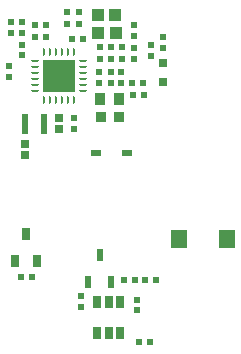
<source format=gtp>
G04*
G04 #@! TF.GenerationSoftware,Altium Limited,Altium Designer,22.2.1 (43)*
G04*
G04 Layer_Color=8421504*
%FSAX24Y24*%
%MOIN*%
G70*
G04*
G04 #@! TF.SameCoordinates,0A7D3E4C-9769-4D31-AB1C-A6483D793648*
G04*
G04*
G04 #@! TF.FilePolarity,Positive*
G04*
G01*
G75*
%ADD15R,0.0354X0.0197*%
%ADD16R,0.0551X0.0646*%
%ADD17R,0.0228X0.0244*%
%ADD18R,0.0244X0.0244*%
%ADD19R,0.0244X0.0228*%
%ADD20R,0.0256X0.0413*%
%ADD21R,0.0236X0.0394*%
G04:AMPARAMS|DCode=22|XSize=43.3mil|YSize=23.6mil|CornerRadius=2mil|HoleSize=0mil|Usage=FLASHONLY|Rotation=90.000|XOffset=0mil|YOffset=0mil|HoleType=Round|Shape=RoundedRectangle|*
%AMROUNDEDRECTD22*
21,1,0.0433,0.0196,0,0,90.0*
21,1,0.0393,0.0236,0,0,90.0*
1,1,0.0040,0.0098,0.0196*
1,1,0.0040,0.0098,-0.0196*
1,1,0.0040,-0.0098,-0.0196*
1,1,0.0040,-0.0098,0.0196*
%
%ADD22ROUNDEDRECTD22*%
%ADD23R,0.0236X0.0709*%
G04:AMPARAMS|DCode=24|XSize=9.8mil|YSize=25.6mil|CornerRadius=2.5mil|HoleSize=0mil|Usage=FLASHONLY|Rotation=0.000|XOffset=0mil|YOffset=0mil|HoleType=Round|Shape=RoundedRectangle|*
%AMROUNDEDRECTD24*
21,1,0.0098,0.0207,0,0,0.0*
21,1,0.0049,0.0256,0,0,0.0*
1,1,0.0049,0.0025,-0.0103*
1,1,0.0049,-0.0025,-0.0103*
1,1,0.0049,-0.0025,0.0103*
1,1,0.0049,0.0025,0.0103*
%
%ADD24ROUNDEDRECTD24*%
G04:AMPARAMS|DCode=25|XSize=9.8mil|YSize=25.6mil|CornerRadius=2.5mil|HoleSize=0mil|Usage=FLASHONLY|Rotation=270.000|XOffset=0mil|YOffset=0mil|HoleType=Round|Shape=RoundedRectangle|*
%AMROUNDEDRECTD25*
21,1,0.0098,0.0207,0,0,270.0*
21,1,0.0049,0.0256,0,0,270.0*
1,1,0.0049,-0.0103,-0.0025*
1,1,0.0049,-0.0103,0.0025*
1,1,0.0049,0.0103,0.0025*
1,1,0.0049,0.0103,-0.0025*
%
%ADD25ROUNDEDRECTD25*%
%ADD26R,0.1102X0.1102*%
%ADD27R,0.0244X0.0244*%
%ADD28R,0.0283X0.0280*%
%ADD29R,0.0376X0.0359*%
%ADD30R,0.0354X0.0394*%
%ADD31R,0.0217X0.0217*%
%ADD32R,0.0394X0.0394*%
%ADD33R,0.0315X0.0315*%
D15*
X018917Y024016D02*
D03*
X017894D02*
D03*
D16*
X022250Y021161D02*
D03*
X020663D02*
D03*
D17*
X019870Y019783D02*
D03*
X019500D02*
D03*
X019181D02*
D03*
X018811D02*
D03*
X015736Y019882D02*
D03*
X015366D02*
D03*
X019673Y017717D02*
D03*
X019303D02*
D03*
X019093Y026350D02*
D03*
X019463D02*
D03*
X016203Y028268D02*
D03*
X015833D02*
D03*
X016930Y028708D02*
D03*
X017300D02*
D03*
Y028318D02*
D03*
X016930D02*
D03*
D18*
X017145Y024821D02*
D03*
Y025175D02*
D03*
X019250Y018773D02*
D03*
Y019127D02*
D03*
X019150Y028277D02*
D03*
Y027923D02*
D03*
X015418Y027273D02*
D03*
Y027627D02*
D03*
X017380Y019236D02*
D03*
Y018882D02*
D03*
D19*
X014996Y026559D02*
D03*
Y026929D02*
D03*
X019720Y027619D02*
D03*
Y027249D02*
D03*
X015035Y028003D02*
D03*
Y028373D02*
D03*
X015415Y028003D02*
D03*
Y028373D02*
D03*
X020112Y027520D02*
D03*
Y027890D02*
D03*
X017975Y026343D02*
D03*
Y026713D02*
D03*
X018005Y027163D02*
D03*
Y027533D02*
D03*
X019145Y027158D02*
D03*
Y027528D02*
D03*
X018375Y027533D02*
D03*
Y027163D02*
D03*
X018755Y027533D02*
D03*
Y027163D02*
D03*
D20*
X015177Y020413D02*
D03*
X015925D02*
D03*
X015551Y021319D02*
D03*
D21*
X018006Y020626D02*
D03*
X018380Y019720D02*
D03*
X017632D02*
D03*
D22*
X017926Y018018D02*
D03*
X018300D02*
D03*
X018674D02*
D03*
Y019042D02*
D03*
X018300D02*
D03*
X017926D02*
D03*
D23*
X016140Y024968D02*
D03*
X015510D02*
D03*
D24*
X017145Y027378D02*
D03*
X016948D02*
D03*
X016752D02*
D03*
X016555D02*
D03*
X016358D02*
D03*
X016161D02*
D03*
Y025784D02*
D03*
X016358D02*
D03*
X016555D02*
D03*
X016752D02*
D03*
X016948D02*
D03*
X017145D02*
D03*
D25*
X015856Y027073D02*
D03*
Y026876D02*
D03*
Y026679D02*
D03*
Y026482D02*
D03*
Y026286D02*
D03*
Y026089D02*
D03*
X017450D02*
D03*
Y026286D02*
D03*
Y026482D02*
D03*
Y026679D02*
D03*
Y026876D02*
D03*
Y027073D02*
D03*
D26*
X016653Y026581D02*
D03*
D27*
X019473Y025938D02*
D03*
X019118D02*
D03*
X017088Y027818D02*
D03*
X017443D02*
D03*
X016200Y027887D02*
D03*
X015846D02*
D03*
D28*
X015513Y024309D02*
D03*
Y023947D02*
D03*
X016633Y025175D02*
D03*
Y024813D02*
D03*
D29*
X018040Y025208D02*
D03*
X018651D02*
D03*
D30*
X018640Y025818D02*
D03*
X018010D02*
D03*
D31*
X018368Y026718D02*
D03*
X018723D02*
D03*
X018723Y026348D02*
D03*
X018368D02*
D03*
D32*
X017945Y028028D02*
D03*
X018536D02*
D03*
X017940Y028618D02*
D03*
X018531D02*
D03*
D33*
X020112Y026370D02*
D03*
Y027000D02*
D03*
M02*

</source>
